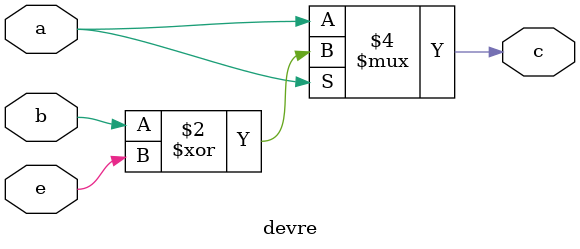
<source format=v>
`timescale 1ns / 1ps


module devre(input a, input b, input e, output reg c);
always @(*) begin
	if(a)
	c=b^e;
	else
	c=a;
end
endmodule


</source>
